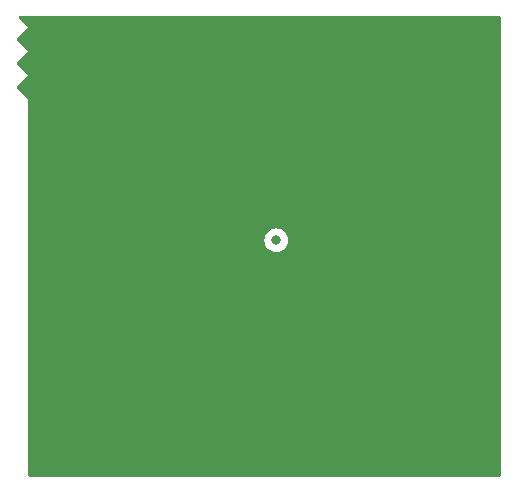
<source format=gbr>
%TF.GenerationSoftware,KiCad,Pcbnew,7.0.5+dfsg-2*%
%TF.CreationDate,2023-06-29T11:14:00+01:00*%
%TF.ProjectId,test_gerbers,74657374-5f67-4657-9262-6572732e6b69,rev?*%
%TF.SameCoordinates,Original*%
%TF.FileFunction,Copper,L2,Bot*%
%TF.FilePolarity,Positive*%
%FSLAX46Y46*%
G04 Gerber Fmt 4.6, Leading zero omitted, Abs format (unit mm)*
G04 Created by KiCad (PCBNEW 7.0.5+dfsg-2) date 2023-06-29 11:14:00*
%MOMM*%
%LPD*%
G01*
G04 APERTURE LIST*
%TA.AperFunction,ViaPad*%
%ADD10C,0.800000*%
%TD*%
G04 APERTURE END LIST*
D10*
%TO.N,*%
X124000000Y-73000000D03*
%TD*%
%TA.AperFunction,NonConductor*%
G36*
X142943039Y-54019685D02*
G01*
X142988794Y-54072489D01*
X143000000Y-54124000D01*
X143000000Y-92876000D01*
X142980315Y-92943039D01*
X142927511Y-92988794D01*
X142876000Y-93000000D01*
X103124000Y-93000000D01*
X103056961Y-92980315D01*
X103011206Y-92927511D01*
X103000000Y-92876000D01*
X103000000Y-73000000D01*
X122994659Y-73000000D01*
X123013975Y-73196129D01*
X123071188Y-73384733D01*
X123164086Y-73558532D01*
X123164090Y-73558539D01*
X123289116Y-73710883D01*
X123441460Y-73835909D01*
X123441467Y-73835913D01*
X123615266Y-73928811D01*
X123615269Y-73928811D01*
X123615273Y-73928814D01*
X123803868Y-73986024D01*
X124000000Y-74005341D01*
X124196132Y-73986024D01*
X124384727Y-73928814D01*
X124558538Y-73835910D01*
X124710883Y-73710883D01*
X124835910Y-73558538D01*
X124928814Y-73384727D01*
X124986024Y-73196132D01*
X125005341Y-73000000D01*
X124986024Y-72803868D01*
X124928814Y-72615273D01*
X124928811Y-72615269D01*
X124928811Y-72615266D01*
X124835913Y-72441467D01*
X124835909Y-72441460D01*
X124710883Y-72289116D01*
X124558539Y-72164090D01*
X124558532Y-72164086D01*
X124384733Y-72071188D01*
X124384727Y-72071186D01*
X124196132Y-72013976D01*
X124196129Y-72013975D01*
X124000000Y-71994659D01*
X123803870Y-72013975D01*
X123615266Y-72071188D01*
X123441467Y-72164086D01*
X123441460Y-72164090D01*
X123289116Y-72289116D01*
X123164090Y-72441460D01*
X123164086Y-72441467D01*
X123071188Y-72615266D01*
X123013975Y-72803870D01*
X122994659Y-73000000D01*
X103000000Y-73000000D01*
X103000000Y-61000000D01*
X102999999Y-60999999D01*
X102087681Y-60087680D01*
X102054196Y-60026357D01*
X102059180Y-59956665D01*
X102087679Y-59912320D01*
X103000000Y-59000000D01*
X102999999Y-58999999D01*
X103000000Y-58999999D01*
X102087681Y-58087680D01*
X102054196Y-58026357D01*
X102059180Y-57956665D01*
X102087679Y-57912320D01*
X103000000Y-57000000D01*
X102087680Y-56087680D01*
X102054195Y-56026357D01*
X102059179Y-55956665D01*
X102087676Y-55912323D01*
X103000000Y-55000000D01*
X102999999Y-54999999D01*
X103000000Y-54999999D01*
X102211681Y-54211681D01*
X102178196Y-54150358D01*
X102183180Y-54080666D01*
X102225052Y-54024733D01*
X102290516Y-54000316D01*
X102299362Y-54000000D01*
X142876000Y-54000000D01*
X142943039Y-54019685D01*
G37*
%TD.AperFunction*%
M02*

</source>
